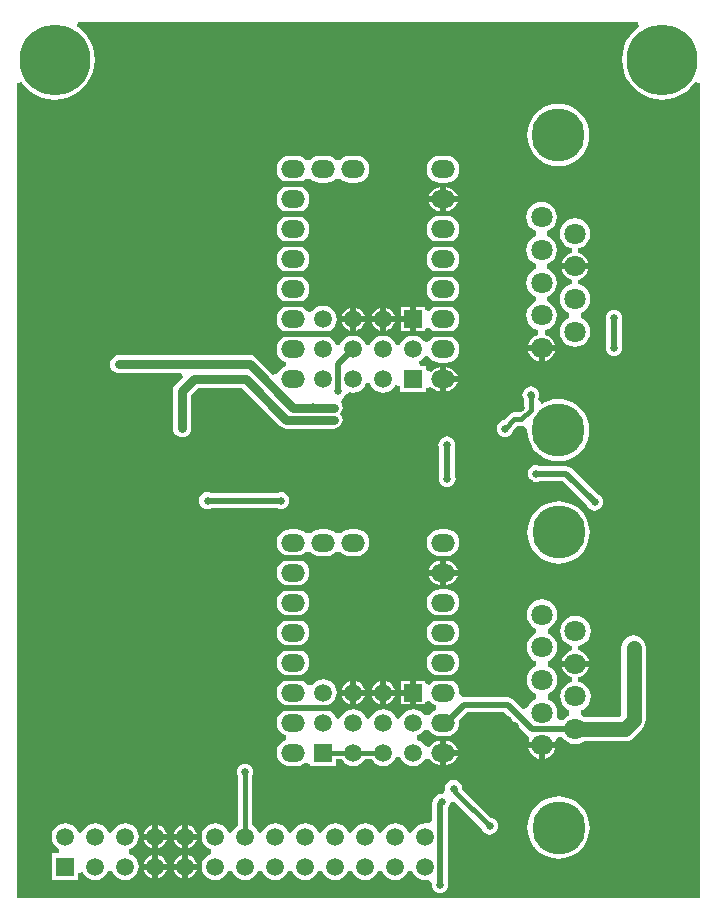
<source format=gbl>
G04*
G04 #@! TF.GenerationSoftware,Altium Limited,Altium Designer,20.0.13 (296)*
G04*
G04 Layer_Physical_Order=2*
G04 Layer_Color=16711680*
%FSLAX25Y25*%
%MOIN*%
G70*
G01*
G75*
%ADD13C,0.01500*%
%ADD42C,0.23622*%
%ADD43C,0.02000*%
%ADD44C,0.05000*%
%ADD46C,0.03000*%
%ADD48C,0.05906*%
%ADD49R,0.05906X0.05906*%
%ADD50O,0.07874X0.05906*%
%ADD51O,0.07874X0.05906*%
%ADD52C,0.17717*%
%ADD53C,0.07087*%
%ADD54C,0.02559*%
%ADD55C,0.02559*%
G36*
X648975Y457500D02*
X648652Y457302D01*
X647059Y455941D01*
X645698Y454348D01*
X644603Y452562D01*
X643801Y450626D01*
X643312Y448589D01*
X643148Y446500D01*
X643312Y444411D01*
X643801Y442374D01*
X644603Y440438D01*
X645698Y438652D01*
X647059Y437059D01*
X648652Y435698D01*
X650438Y434603D01*
X652374Y433801D01*
X654411Y433312D01*
X656500Y433148D01*
X658589Y433312D01*
X660626Y433801D01*
X662562Y434603D01*
X664348Y435698D01*
X665941Y437059D01*
X667302Y438652D01*
X667500Y438975D01*
X669000Y438552D01*
Y167000D01*
X441500D01*
Y438552D01*
X443000Y438975D01*
X443198Y438652D01*
X444559Y437059D01*
X446152Y435698D01*
X447938Y434603D01*
X449874Y433801D01*
X451911Y433312D01*
X454000Y433148D01*
X456089Y433312D01*
X458126Y433801D01*
X460062Y434603D01*
X461848Y435698D01*
X463441Y437059D01*
X464802Y438652D01*
X465897Y440438D01*
X466699Y442374D01*
X467188Y444411D01*
X467352Y446500D01*
X467188Y448589D01*
X466699Y450626D01*
X465897Y452562D01*
X464802Y454348D01*
X463441Y455941D01*
X461848Y457302D01*
X461525Y457500D01*
X461948Y459000D01*
X648552D01*
X648975Y457500D01*
D02*
G37*
%LPC*%
G36*
X554484Y414491D02*
X552516D01*
X551353Y414338D01*
X550270Y413890D01*
X549340Y413176D01*
X547660D01*
X546730Y413890D01*
X545647Y414338D01*
X544484Y414491D01*
X542516D01*
X541353Y414338D01*
X540270Y413890D01*
X539340Y413176D01*
X537660D01*
X536730Y413890D01*
X535647Y414338D01*
X534484Y414491D01*
X532516D01*
X531353Y414338D01*
X530270Y413890D01*
X529340Y413176D01*
X528626Y412246D01*
X528178Y411162D01*
X528025Y410000D01*
X528178Y408838D01*
X528626Y407754D01*
X529340Y406824D01*
X530270Y406110D01*
X531074Y405777D01*
X531203Y405112D01*
Y404888D01*
X531074Y404223D01*
X530270Y403890D01*
X529340Y403176D01*
X528626Y402246D01*
X528178Y401162D01*
X528025Y400000D01*
X528178Y398838D01*
X528626Y397754D01*
X529340Y396824D01*
X530270Y396111D01*
X531074Y395777D01*
X531203Y395112D01*
Y394888D01*
X531074Y394223D01*
X530270Y393889D01*
X529340Y393176D01*
X528626Y392246D01*
X528178Y391162D01*
X528025Y390000D01*
X528178Y388838D01*
X528626Y387754D01*
X529340Y386824D01*
X530270Y386110D01*
X531074Y385777D01*
X531203Y385112D01*
Y384888D01*
X531074Y384223D01*
X530270Y383890D01*
X529340Y383176D01*
X528626Y382246D01*
X528178Y381162D01*
X528025Y380000D01*
X528178Y378838D01*
X528626Y377754D01*
X529340Y376824D01*
X530270Y376111D01*
X531074Y375777D01*
X531203Y375112D01*
Y374888D01*
X531074Y374223D01*
X530270Y373889D01*
X529340Y373176D01*
X528626Y372246D01*
X528178Y371162D01*
X528025Y370000D01*
X528178Y368838D01*
X528626Y367754D01*
X529340Y366824D01*
X530270Y366110D01*
X531074Y365777D01*
X531203Y365112D01*
Y364888D01*
X531074Y364223D01*
X530270Y363890D01*
X529340Y363176D01*
X528626Y362246D01*
X528178Y361162D01*
X528025Y360000D01*
X528178Y358838D01*
X528626Y357754D01*
X529340Y356824D01*
X530270Y356111D01*
X531074Y355777D01*
X531203Y355112D01*
Y354888D01*
X531074Y354223D01*
X530270Y353889D01*
X529340Y353176D01*
X528626Y352246D01*
X528178Y351162D01*
X528025Y350000D01*
X528178Y348838D01*
X528626Y347754D01*
X529340Y346824D01*
X530270Y346111D01*
X531074Y345777D01*
X531203Y345112D01*
Y344888D01*
X531074Y344223D01*
X530270Y343889D01*
X529340Y343176D01*
X528626Y342246D01*
X528488Y341912D01*
X526792Y341488D01*
X521140Y347140D01*
X520513Y347621D01*
X519783Y347923D01*
X519000Y348026D01*
X475500D01*
X474717Y347923D01*
X473987Y347621D01*
X473360Y347140D01*
X472880Y346513D01*
X472577Y345783D01*
X472474Y345000D01*
X472577Y344217D01*
X472880Y343487D01*
X473360Y342860D01*
X473987Y342379D01*
X474717Y342077D01*
X475500Y341974D01*
X496135D01*
X496709Y340588D01*
X494360Y338240D01*
X493880Y337613D01*
X493577Y336883D01*
X493474Y336100D01*
Y332967D01*
Y329833D01*
Y326700D01*
Y323567D01*
X493577Y322783D01*
X493880Y322054D01*
X494360Y321427D01*
X494987Y320946D01*
X495717Y320644D01*
X496500Y320541D01*
X497283Y320644D01*
X498013Y320946D01*
X498640Y321427D01*
X499121Y322054D01*
X499423Y322783D01*
X499526Y323567D01*
Y326700D01*
Y329833D01*
Y334847D01*
X501653Y336974D01*
X516547D01*
X529160Y324360D01*
X529787Y323880D01*
X530517Y323577D01*
X531300Y323474D01*
X547000D01*
X547783Y323577D01*
X548513Y323880D01*
X549140Y324360D01*
X549620Y324987D01*
X549923Y325717D01*
X550026Y326500D01*
X549923Y327283D01*
X549620Y328013D01*
X549247Y328500D01*
X549620Y328987D01*
X549923Y329717D01*
X550026Y330500D01*
X549923Y331283D01*
X549665Y331906D01*
X549639Y332116D01*
X549885Y333479D01*
X550109Y333732D01*
X550482Y334018D01*
X550928Y334598D01*
X550936Y334619D01*
X552338Y335662D01*
X553500Y335509D01*
X554662Y335662D01*
X555746Y336110D01*
X556676Y336824D01*
X557389Y337754D01*
X557723Y338559D01*
X558388Y338688D01*
X558612D01*
X559277Y338559D01*
X559611Y337754D01*
X560324Y336824D01*
X561254Y336110D01*
X562338Y335662D01*
X563500Y335509D01*
X564662Y335662D01*
X565746Y336110D01*
X566676Y336824D01*
X567389Y337754D01*
X567547Y338135D01*
X569047Y337837D01*
Y335547D01*
X577953D01*
Y336989D01*
X579453Y337499D01*
X579697Y337181D01*
X580522Y336547D01*
X581484Y336149D01*
X582500Y336015D01*
Y340000D01*
Y343985D01*
X581484Y343851D01*
X580522Y343453D01*
X579697Y342819D01*
X579453Y342501D01*
X577953Y343010D01*
Y344453D01*
X575663D01*
X575365Y345953D01*
X575746Y346111D01*
X576676Y346824D01*
X577138Y347427D01*
X577757Y347563D01*
X578258D01*
X578877Y347427D01*
X579340Y346824D01*
X580270Y346111D01*
X581353Y345662D01*
X582516Y345509D01*
X584484D01*
X585647Y345662D01*
X586730Y346111D01*
X587660Y346824D01*
X588374Y347754D01*
X588822Y348838D01*
X588975Y350000D01*
X588822Y351162D01*
X588374Y352246D01*
X587660Y353176D01*
X586730Y353889D01*
X585925Y354223D01*
X585797Y354888D01*
Y355112D01*
X585925Y355777D01*
X586730Y356111D01*
X587660Y356824D01*
X588374Y357754D01*
X588822Y358838D01*
X588975Y360000D01*
X588822Y361162D01*
X588374Y362246D01*
X587660Y363176D01*
X586730Y363890D01*
X585925Y364223D01*
X585797Y364888D01*
Y365112D01*
X585925Y365777D01*
X586730Y366110D01*
X587660Y366824D01*
X588374Y367754D01*
X588822Y368838D01*
X588975Y370000D01*
X588822Y371162D01*
X588374Y372246D01*
X587660Y373176D01*
X586730Y373889D01*
X585925Y374223D01*
X585797Y374888D01*
Y375112D01*
X585925Y375777D01*
X586730Y376111D01*
X587660Y376824D01*
X588374Y377754D01*
X588822Y378838D01*
X588975Y380000D01*
X588822Y381162D01*
X588374Y382246D01*
X587660Y383176D01*
X586730Y383890D01*
X585925Y384223D01*
X585797Y384888D01*
Y385112D01*
X585925Y385777D01*
X586730Y386110D01*
X587660Y386824D01*
X588374Y387754D01*
X588822Y388838D01*
X588975Y390000D01*
X588822Y391162D01*
X588374Y392246D01*
X587660Y393176D01*
X586730Y393889D01*
X585647Y394338D01*
X584484Y394491D01*
X582516D01*
X581353Y394338D01*
X580270Y393889D01*
X579340Y393176D01*
X578626Y392246D01*
X578178Y391162D01*
X578025Y390000D01*
X578178Y388838D01*
X578626Y387754D01*
X579340Y386824D01*
X580270Y386110D01*
X581074Y385777D01*
X581203Y385112D01*
Y384888D01*
X581074Y384223D01*
X580270Y383890D01*
X579340Y383176D01*
X578626Y382246D01*
X578178Y381162D01*
X578025Y380000D01*
X578178Y378838D01*
X578626Y377754D01*
X579340Y376824D01*
X580270Y376111D01*
X581074Y375777D01*
X581203Y375112D01*
Y374888D01*
X581074Y374223D01*
X580270Y373889D01*
X579340Y373176D01*
X578626Y372246D01*
X578178Y371162D01*
X578025Y370000D01*
X578178Y368838D01*
X578626Y367754D01*
X579340Y366824D01*
X580270Y366110D01*
X581074Y365777D01*
X581203Y365112D01*
Y364888D01*
X581074Y364223D01*
X580270Y363890D01*
X579340Y363176D01*
X578953Y362671D01*
X577453Y363180D01*
Y363953D01*
X574500D01*
Y360000D01*
Y356047D01*
X577453D01*
Y356820D01*
X578953Y357329D01*
X579340Y356824D01*
X580270Y356111D01*
X581074Y355777D01*
X581203Y355112D01*
Y354888D01*
X581074Y354223D01*
X580270Y353889D01*
X579340Y353176D01*
X578877Y352573D01*
X578258Y352437D01*
X577757D01*
X577138Y352573D01*
X576676Y353176D01*
X575746Y353889D01*
X574662Y354338D01*
X573500Y354491D01*
X572338Y354338D01*
X571254Y353889D01*
X570324Y353176D01*
X569611Y352246D01*
X569277Y351441D01*
X568612Y351312D01*
X568388D01*
X567723Y351441D01*
X567389Y352246D01*
X566676Y353176D01*
X565746Y353889D01*
X564662Y354338D01*
X563500Y354491D01*
X562338Y354338D01*
X561254Y353889D01*
X560324Y353176D01*
X559611Y352246D01*
X559277Y351441D01*
X558612Y351312D01*
X558388D01*
X557723Y351441D01*
X557389Y352246D01*
X556676Y353176D01*
X555746Y353889D01*
X554662Y354338D01*
X553500Y354491D01*
X552338Y354338D01*
X551254Y353889D01*
X550324Y353176D01*
X549611Y352246D01*
X549277Y351441D01*
X548612Y351312D01*
X548388D01*
X547723Y351441D01*
X547390Y352246D01*
X546676Y353176D01*
X545746Y353889D01*
X544941Y354223D01*
X544812Y354888D01*
Y355112D01*
X544941Y355777D01*
X545746Y356111D01*
X546676Y356824D01*
X547390Y357754D01*
X547838Y358838D01*
X547991Y360000D01*
X547838Y361162D01*
X547390Y362246D01*
X546676Y363176D01*
X545746Y363890D01*
X544662Y364338D01*
X543500Y364491D01*
X542338Y364338D01*
X541254Y363890D01*
X540324Y363176D01*
X539862Y362573D01*
X539243Y362437D01*
X538742D01*
X538123Y362573D01*
X537660Y363176D01*
X536730Y363890D01*
X535925Y364223D01*
X535797Y364888D01*
Y365112D01*
X535925Y365777D01*
X536730Y366110D01*
X537660Y366824D01*
X538374Y367754D01*
X538822Y368838D01*
X538975Y370000D01*
X538822Y371162D01*
X538374Y372246D01*
X537660Y373176D01*
X536730Y373889D01*
X535925Y374223D01*
X535797Y374888D01*
Y375112D01*
X535925Y375777D01*
X536730Y376111D01*
X537660Y376824D01*
X538374Y377754D01*
X538822Y378838D01*
X538975Y380000D01*
X538822Y381162D01*
X538374Y382246D01*
X537660Y383176D01*
X536730Y383890D01*
X535925Y384223D01*
X535797Y384888D01*
Y385112D01*
X535925Y385777D01*
X536730Y386110D01*
X537660Y386824D01*
X538374Y387754D01*
X538822Y388838D01*
X538975Y390000D01*
X538822Y391162D01*
X538374Y392246D01*
X537660Y393176D01*
X536730Y393889D01*
X535925Y394223D01*
X535797Y394888D01*
Y395112D01*
X535925Y395777D01*
X536730Y396111D01*
X537660Y396824D01*
X538374Y397754D01*
X538822Y398838D01*
X538975Y400000D01*
X538822Y401162D01*
X538374Y402246D01*
X537660Y403176D01*
X536730Y403890D01*
X535925Y404223D01*
X535797Y404888D01*
Y405112D01*
X535925Y405777D01*
X536730Y406110D01*
X537660Y406824D01*
X539340D01*
X540270Y406110D01*
X541353Y405662D01*
X542516Y405509D01*
X544484D01*
X545647Y405662D01*
X546730Y406110D01*
X547660Y406824D01*
X549340D01*
X550270Y406110D01*
X551353Y405662D01*
X552516Y405509D01*
X554484D01*
X555647Y405662D01*
X556730Y406110D01*
X557660Y406824D01*
X558374Y407754D01*
X558822Y408838D01*
X558975Y410000D01*
X558822Y411162D01*
X558374Y412246D01*
X557660Y413176D01*
X556730Y413890D01*
X555647Y414338D01*
X554484Y414491D01*
D02*
G37*
G36*
X621910Y431725D02*
X620284Y431597D01*
X618699Y431216D01*
X617192Y430592D01*
X615802Y429741D01*
X614562Y428682D01*
X613504Y427442D01*
X612652Y426052D01*
X612028Y424545D01*
X611647Y422960D01*
X611519Y421335D01*
X611647Y419709D01*
X612028Y418124D01*
X612652Y416617D01*
X613504Y415227D01*
X614562Y413988D01*
X615802Y412929D01*
X617192Y412077D01*
X618699Y411453D01*
X620284Y411072D01*
X621910Y410944D01*
X623535Y411072D01*
X625120Y411453D01*
X626627Y412077D01*
X628017Y412929D01*
X629256Y413988D01*
X630315Y415227D01*
X631167Y416617D01*
X631791Y418124D01*
X632172Y419709D01*
X632300Y421335D01*
X632172Y422960D01*
X631791Y424545D01*
X631167Y426052D01*
X630315Y427442D01*
X629256Y428682D01*
X628017Y429741D01*
X626627Y430592D01*
X625120Y431216D01*
X623535Y431597D01*
X621910Y431725D01*
D02*
G37*
G36*
X584484Y414491D02*
X582516D01*
X581353Y414338D01*
X580270Y413890D01*
X579340Y413176D01*
X578626Y412246D01*
X578178Y411162D01*
X578025Y410000D01*
X578178Y408838D01*
X578626Y407754D01*
X579340Y406824D01*
X580270Y406110D01*
X581353Y405662D01*
X582516Y405509D01*
X584484D01*
X585647Y405662D01*
X586730Y406110D01*
X587660Y406824D01*
X588374Y407754D01*
X588822Y408838D01*
X588975Y410000D01*
X588822Y411162D01*
X588374Y412246D01*
X587660Y413176D01*
X586730Y413890D01*
X585647Y414338D01*
X584484Y414491D01*
D02*
G37*
G36*
X584500Y403985D02*
Y401000D01*
X588340D01*
X588335Y401032D01*
X587937Y401993D01*
X587303Y402819D01*
X586478Y403453D01*
X585516Y403851D01*
X584500Y403985D01*
D02*
G37*
G36*
X582500D02*
X581484Y403851D01*
X580522Y403453D01*
X579697Y402819D01*
X579063Y401993D01*
X578665Y401032D01*
X578660Y401000D01*
X582500D01*
Y403985D01*
D02*
G37*
G36*
X588340Y399000D02*
X584500D01*
Y396015D01*
X585516Y396149D01*
X586478Y396547D01*
X587303Y397181D01*
X587937Y398007D01*
X588335Y398968D01*
X588340Y399000D01*
D02*
G37*
G36*
X582500D02*
X578660D01*
X578665Y398968D01*
X579063Y398007D01*
X579697Y397181D01*
X580522Y396547D01*
X581484Y396149D01*
X582500Y396015D01*
Y399000D01*
D02*
G37*
G36*
X627500Y393587D02*
X626183Y393413D01*
X624957Y392905D01*
X623903Y392097D01*
X623095Y391043D01*
X622586Y389817D01*
X622413Y388500D01*
X622586Y387183D01*
X623095Y385957D01*
X623903Y384903D01*
X624957Y384095D01*
X626183Y383587D01*
X626449Y383552D01*
Y382039D01*
X626314Y382021D01*
X625209Y381563D01*
X624260Y380835D01*
X623531Y379886D01*
X623074Y378781D01*
X623049Y378594D01*
X627500D01*
X631951D01*
X631926Y378781D01*
X631469Y379886D01*
X630740Y380835D01*
X629791Y381563D01*
X628686Y382021D01*
X628551Y382039D01*
Y383552D01*
X628817Y383587D01*
X630043Y384095D01*
X631097Y384903D01*
X631905Y385957D01*
X632413Y387183D01*
X632587Y388500D01*
X632413Y389817D01*
X631905Y391043D01*
X631097Y392097D01*
X630043Y392905D01*
X628817Y393413D01*
X627500Y393587D01*
D02*
G37*
G36*
X564500Y363855D02*
Y361000D01*
X567355D01*
X567351Y361032D01*
X566953Y361993D01*
X566319Y362819D01*
X565493Y363453D01*
X564532Y363851D01*
X564500Y363855D01*
D02*
G37*
G36*
X554500D02*
Y361000D01*
X557355D01*
X557351Y361032D01*
X556953Y361993D01*
X556319Y362819D01*
X555493Y363453D01*
X554532Y363851D01*
X554500Y363855D01*
D02*
G37*
G36*
X562500D02*
X562468Y363851D01*
X561507Y363453D01*
X560681Y362819D01*
X560047Y361993D01*
X559649Y361032D01*
X559645Y361000D01*
X562500D01*
Y363855D01*
D02*
G37*
G36*
X552500D02*
X552468Y363851D01*
X551507Y363453D01*
X550681Y362819D01*
X550047Y361993D01*
X549649Y361032D01*
X549645Y361000D01*
X552500D01*
Y363855D01*
D02*
G37*
G36*
X572500Y363953D02*
X569547D01*
Y361000D01*
X572500D01*
Y363953D01*
D02*
G37*
G36*
X567355Y359000D02*
X564500D01*
Y356145D01*
X564532Y356149D01*
X565493Y356547D01*
X566319Y357181D01*
X566953Y358007D01*
X567351Y358968D01*
X567355Y359000D01*
D02*
G37*
G36*
X557355D02*
X554500D01*
Y356145D01*
X554532Y356149D01*
X555493Y356547D01*
X556319Y357181D01*
X556953Y358007D01*
X557351Y358968D01*
X557355Y359000D01*
D02*
G37*
G36*
X562500D02*
X559645D01*
X559649Y358968D01*
X560047Y358007D01*
X560681Y357181D01*
X561507Y356547D01*
X562468Y356149D01*
X562500Y356145D01*
Y359000D01*
D02*
G37*
G36*
X552500D02*
X549645D01*
X549649Y358968D01*
X550047Y358007D01*
X550681Y357181D01*
X551507Y356547D01*
X552468Y356149D01*
X552500Y356145D01*
Y359000D01*
D02*
G37*
G36*
X572500D02*
X569547D01*
Y356047D01*
X572500D01*
Y359000D01*
D02*
G37*
G36*
X616319Y399040D02*
X615002Y398866D01*
X613775Y398358D01*
X612722Y397550D01*
X611914Y396496D01*
X611405Y395269D01*
X611232Y393953D01*
X611405Y392636D01*
X611914Y391409D01*
X612722Y390356D01*
X613775Y389547D01*
X614344Y389312D01*
Y387688D01*
X613775Y387453D01*
X612722Y386644D01*
X611914Y385591D01*
X611405Y384364D01*
X611232Y383047D01*
X611405Y381731D01*
X611914Y380504D01*
X612722Y379450D01*
X613775Y378642D01*
X614344Y378406D01*
Y376783D01*
X613775Y376547D01*
X612722Y375739D01*
X611914Y374685D01*
X611405Y373458D01*
X611232Y372142D01*
X611405Y370825D01*
X611914Y369598D01*
X612722Y368545D01*
X613775Y367736D01*
X614344Y367501D01*
Y365877D01*
X613775Y365641D01*
X612722Y364833D01*
X611914Y363780D01*
X611405Y362553D01*
X611232Y361236D01*
X611405Y359920D01*
X611914Y358693D01*
X612722Y357639D01*
X613775Y356831D01*
X615002Y356323D01*
X615268Y356288D01*
Y354775D01*
X615133Y354757D01*
X614028Y354299D01*
X613079Y353571D01*
X612350Y352622D01*
X611893Y351517D01*
X611868Y351331D01*
X616319D01*
X620770D01*
X620745Y351517D01*
X620288Y352622D01*
X619559Y353571D01*
X618610Y354299D01*
X617505Y354757D01*
X617370Y354775D01*
Y356288D01*
X617635Y356323D01*
X618862Y356831D01*
X619916Y357639D01*
X620724Y358693D01*
X621232Y359920D01*
X621406Y361236D01*
X621232Y362553D01*
X620724Y363780D01*
X619916Y364833D01*
X618862Y365641D01*
X618293Y365877D01*
Y367501D01*
X618862Y367736D01*
X619916Y368545D01*
X620724Y369598D01*
X621232Y370825D01*
X621406Y372142D01*
X621232Y373458D01*
X620724Y374685D01*
X619916Y375739D01*
X618862Y376547D01*
X618293Y376783D01*
Y378406D01*
X618862Y378642D01*
X619916Y379450D01*
X620724Y380504D01*
X621232Y381731D01*
X621406Y383047D01*
X621232Y384364D01*
X620724Y385591D01*
X619916Y386644D01*
X618862Y387453D01*
X618293Y387688D01*
Y389312D01*
X618862Y389547D01*
X619916Y390356D01*
X620724Y391409D01*
X621232Y392636D01*
X621406Y393953D01*
X621232Y395269D01*
X620724Y396496D01*
X619916Y397550D01*
X618862Y398358D01*
X617635Y398866D01*
X616319Y399040D01*
D02*
G37*
G36*
X631951Y376594D02*
X627500D01*
X623049D01*
X623074Y376408D01*
X623531Y375303D01*
X624260Y374354D01*
X625209Y373626D01*
X626314Y373168D01*
X626449Y373150D01*
Y371637D01*
X626183Y371603D01*
X624957Y371094D01*
X623903Y370286D01*
X623095Y369232D01*
X622586Y368005D01*
X622413Y366689D01*
X622586Y365372D01*
X623095Y364146D01*
X623903Y363092D01*
X624957Y362284D01*
X625526Y362048D01*
Y360424D01*
X624957Y360189D01*
X623903Y359380D01*
X623095Y358327D01*
X622586Y357100D01*
X622413Y355784D01*
X622586Y354467D01*
X623095Y353240D01*
X623903Y352186D01*
X624957Y351378D01*
X626183Y350870D01*
X627500Y350697D01*
X628817Y350870D01*
X630043Y351378D01*
X631097Y352186D01*
X631905Y353240D01*
X632413Y354467D01*
X632587Y355784D01*
X632413Y357100D01*
X631905Y358327D01*
X631097Y359380D01*
X630043Y360189D01*
X629474Y360424D01*
Y362048D01*
X630043Y362284D01*
X631097Y363092D01*
X631905Y364146D01*
X632413Y365372D01*
X632587Y366689D01*
X632413Y368005D01*
X631905Y369232D01*
X631097Y370286D01*
X630043Y371094D01*
X628817Y371603D01*
X628551Y371637D01*
Y373150D01*
X628686Y373168D01*
X629791Y373626D01*
X630740Y374354D01*
X631469Y375303D01*
X631926Y376408D01*
X631951Y376594D01*
D02*
G37*
G36*
X640500Y363166D02*
X639774Y363071D01*
X639098Y362791D01*
X638518Y362345D01*
X638072Y361765D01*
X637792Y361089D01*
X637697Y360363D01*
X637792Y359637D01*
X637951Y359254D01*
Y351609D01*
X637792Y351226D01*
X637697Y350500D01*
X637792Y349774D01*
X638072Y349098D01*
X638518Y348518D01*
X639098Y348072D01*
X639774Y347792D01*
X640500Y347696D01*
X641226Y347792D01*
X641902Y348072D01*
X642482Y348518D01*
X642928Y349098D01*
X643208Y349774D01*
X643303Y350500D01*
X643208Y351226D01*
X643049Y351609D01*
Y359254D01*
X643208Y359637D01*
X643303Y360363D01*
X643208Y361089D01*
X642928Y361765D01*
X642482Y362345D01*
X641902Y362791D01*
X641226Y363071D01*
X640500Y363166D01*
D02*
G37*
G36*
X615319Y349331D02*
X611868D01*
X611893Y349145D01*
X612350Y348040D01*
X613079Y347090D01*
X614028Y346362D01*
X615133Y345904D01*
X615319Y345880D01*
Y349331D01*
D02*
G37*
G36*
X620770D02*
X617319D01*
Y345880D01*
X617505Y345904D01*
X618610Y346362D01*
X619559Y347090D01*
X620288Y348040D01*
X620745Y349145D01*
X620770Y349331D01*
D02*
G37*
G36*
X584500Y343985D02*
Y341000D01*
X588340D01*
X588335Y341032D01*
X587937Y341993D01*
X587303Y342819D01*
X586478Y343453D01*
X585516Y343851D01*
X584500Y343985D01*
D02*
G37*
G36*
X588340Y339000D02*
X584500D01*
Y336015D01*
X585516Y336149D01*
X586478Y336547D01*
X587303Y337181D01*
X587937Y338007D01*
X588335Y338968D01*
X588340Y339000D01*
D02*
G37*
G36*
X612750Y337554D02*
X612024Y337458D01*
X611348Y337178D01*
X610768Y336732D01*
X610322Y336152D01*
X610042Y335476D01*
X609946Y334750D01*
X610042Y334024D01*
X610322Y333348D01*
X610456Y333174D01*
Y330700D01*
X608651Y328895D01*
X607285D01*
X606407Y328721D01*
X605663Y328223D01*
X603676Y326237D01*
X603458Y326208D01*
X602782Y325928D01*
X602202Y325482D01*
X601756Y324902D01*
X601476Y324226D01*
X601380Y323500D01*
X601476Y322774D01*
X601756Y322098D01*
X602202Y321518D01*
X602782Y321072D01*
X603458Y320792D01*
X604184Y320696D01*
X604910Y320792D01*
X605586Y321072D01*
X606166Y321518D01*
X606612Y322098D01*
X606892Y322774D01*
X606921Y322992D01*
X608236Y324307D01*
X609601D01*
X610130Y324412D01*
X611178Y323777D01*
X611554Y323396D01*
X611519Y322949D01*
X611647Y321323D01*
X612028Y319738D01*
X612652Y318232D01*
X613504Y316842D01*
X614562Y315602D01*
X615802Y314543D01*
X617192Y313691D01*
X618699Y313067D01*
X620284Y312686D01*
X621910Y312559D01*
X623535Y312686D01*
X625120Y313067D01*
X626627Y313691D01*
X628017Y314543D01*
X629256Y315602D01*
X630315Y316842D01*
X631167Y318232D01*
X631791Y319738D01*
X632172Y321323D01*
X632300Y322949D01*
X632172Y324574D01*
X631791Y326160D01*
X631167Y327666D01*
X630315Y329056D01*
X629256Y330296D01*
X628017Y331355D01*
X626627Y332207D01*
X625120Y332831D01*
X623535Y333211D01*
X621910Y333339D01*
X620284Y333211D01*
X618699Y332831D01*
X617192Y332207D01*
X616544Y331809D01*
X615990Y332120D01*
X615178Y333348D01*
X615458Y334024D01*
X615554Y334750D01*
X615458Y335476D01*
X615178Y336152D01*
X614732Y336732D01*
X614152Y337178D01*
X613476Y337458D01*
X612750Y337554D01*
D02*
G37*
G36*
X584765Y320903D02*
X584039Y320808D01*
X583363Y320528D01*
X582783Y320082D01*
X582337Y319502D01*
X582057Y318826D01*
X581961Y318100D01*
X582057Y317374D01*
X582251Y316906D01*
Y307753D01*
X582157Y307526D01*
X582061Y306800D01*
X582157Y306074D01*
X582437Y305398D01*
X582883Y304818D01*
X583463Y304372D01*
X584139Y304092D01*
X584865Y303996D01*
X585591Y304092D01*
X586267Y304372D01*
X586847Y304818D01*
X587293Y305398D01*
X587573Y306074D01*
X587669Y306800D01*
X587573Y307526D01*
X587349Y308066D01*
Y317075D01*
X587473Y317374D01*
X587569Y318100D01*
X587473Y318826D01*
X587193Y319502D01*
X586747Y320082D01*
X586167Y320528D01*
X585491Y320808D01*
X584765Y320903D01*
D02*
G37*
G36*
X529500Y302304D02*
X528774Y302208D01*
X528391Y302049D01*
X506110D01*
X505726Y302208D01*
X505000Y302304D01*
X504274Y302208D01*
X503598Y301928D01*
X503018Y301482D01*
X502572Y300902D01*
X502292Y300226D01*
X502197Y299500D01*
X502292Y298774D01*
X502572Y298098D01*
X503018Y297518D01*
X503598Y297072D01*
X504274Y296792D01*
X505000Y296696D01*
X505726Y296792D01*
X506110Y296951D01*
X528391D01*
X528774Y296792D01*
X529500Y296696D01*
X530226Y296792D01*
X530902Y297072D01*
X531482Y297518D01*
X531928Y298098D01*
X532208Y298774D01*
X532303Y299500D01*
X532208Y300226D01*
X531928Y300902D01*
X531482Y301482D01*
X530902Y301928D01*
X530226Y302208D01*
X529500Y302304D01*
D02*
G37*
G36*
X614500Y311303D02*
X613774Y311208D01*
X613098Y310928D01*
X612518Y310482D01*
X612072Y309902D01*
X611792Y309226D01*
X611696Y308500D01*
X611792Y307774D01*
X612072Y307098D01*
X612518Y306518D01*
X613098Y306072D01*
X613774Y305792D01*
X614500Y305697D01*
X615226Y305792D01*
X615610Y305951D01*
X623444D01*
X631413Y297982D01*
X631572Y297598D01*
X632018Y297018D01*
X632598Y296572D01*
X633274Y296292D01*
X634000Y296197D01*
X634726Y296292D01*
X635402Y296572D01*
X635982Y297018D01*
X636428Y297598D01*
X636708Y298274D01*
X636803Y299000D01*
X636708Y299726D01*
X636428Y300402D01*
X635982Y300982D01*
X635402Y301428D01*
X635018Y301587D01*
X626302Y310302D01*
X625476Y310855D01*
X624500Y311049D01*
X615610D01*
X615226Y311208D01*
X614500Y311303D01*
D02*
G37*
G36*
X554484Y289991D02*
X552516D01*
X551353Y289838D01*
X550270Y289389D01*
X549340Y288676D01*
X547660D01*
X546730Y289389D01*
X545647Y289838D01*
X544484Y289991D01*
X542516D01*
X541353Y289838D01*
X540270Y289389D01*
X539340Y288676D01*
X537660D01*
X536730Y289389D01*
X535647Y289838D01*
X534484Y289991D01*
X532516D01*
X531353Y289838D01*
X530270Y289389D01*
X529340Y288676D01*
X528626Y287746D01*
X528178Y286662D01*
X528025Y285500D01*
X528178Y284338D01*
X528626Y283254D01*
X529340Y282324D01*
X530270Y281610D01*
X531074Y281277D01*
X531203Y280612D01*
Y280388D01*
X531074Y279723D01*
X530270Y279390D01*
X529340Y278676D01*
X528626Y277746D01*
X528178Y276662D01*
X528025Y275500D01*
X528178Y274338D01*
X528626Y273254D01*
X529340Y272324D01*
X530270Y271610D01*
X531074Y271277D01*
X531203Y270612D01*
Y270388D01*
X531074Y269723D01*
X530270Y269390D01*
X529340Y268676D01*
X528626Y267746D01*
X528178Y266662D01*
X528025Y265500D01*
X528178Y264338D01*
X528626Y263254D01*
X529340Y262324D01*
X530270Y261611D01*
X531074Y261277D01*
X531203Y260612D01*
Y260388D01*
X531074Y259723D01*
X530270Y259389D01*
X529340Y258676D01*
X528626Y257746D01*
X528178Y256662D01*
X528025Y255500D01*
X528178Y254338D01*
X528626Y253254D01*
X529340Y252324D01*
X530270Y251610D01*
X531074Y251277D01*
X531203Y250612D01*
Y250388D01*
X531074Y249723D01*
X530270Y249390D01*
X529340Y248676D01*
X528626Y247746D01*
X528178Y246662D01*
X528025Y245500D01*
X528178Y244338D01*
X528626Y243254D01*
X529340Y242324D01*
X530270Y241611D01*
X531074Y241277D01*
X531203Y240612D01*
Y240388D01*
X531074Y239723D01*
X530270Y239389D01*
X529340Y238676D01*
X528626Y237746D01*
X528178Y236662D01*
X528025Y235500D01*
X528178Y234338D01*
X528626Y233254D01*
X529340Y232324D01*
X530270Y231610D01*
X531074Y231277D01*
X531203Y230612D01*
Y230388D01*
X531074Y229723D01*
X530270Y229390D01*
X529340Y228676D01*
X528626Y227746D01*
X528178Y226662D01*
X528025Y225500D01*
X528178Y224338D01*
X528626Y223254D01*
X529340Y222324D01*
X530270Y221610D01*
X531074Y221277D01*
X531203Y220612D01*
Y220388D01*
X531074Y219723D01*
X530270Y219390D01*
X529340Y218676D01*
X528626Y217746D01*
X528178Y216662D01*
X528025Y215500D01*
X528178Y214338D01*
X528626Y213254D01*
X529340Y212324D01*
X530270Y211611D01*
X531353Y211162D01*
X532516Y211009D01*
X534484D01*
X535647Y211162D01*
X536730Y211611D01*
X537547Y212238D01*
X538038Y212145D01*
X539047Y211668D01*
Y211047D01*
X547953D01*
Y213206D01*
X549648D01*
X550324Y212324D01*
X551254Y211611D01*
X552338Y211162D01*
X553500Y211009D01*
X554662Y211162D01*
X555746Y211611D01*
X556676Y212324D01*
X557352Y213206D01*
X559648D01*
X560324Y212324D01*
X561254Y211611D01*
X562338Y211162D01*
X563500Y211009D01*
X564662Y211162D01*
X565746Y211611D01*
X566676Y212324D01*
X567389Y213254D01*
X567723Y214059D01*
X568388Y214188D01*
X568612D01*
X569277Y214059D01*
X569611Y213254D01*
X570324Y212324D01*
X571254Y211611D01*
X572338Y211162D01*
X573500Y211009D01*
X574662Y211162D01*
X575746Y211611D01*
X576676Y212324D01*
X577389Y213254D01*
X577467Y213441D01*
X579063Y213507D01*
X579697Y212681D01*
X580522Y212047D01*
X581484Y211649D01*
X582500Y211515D01*
Y215500D01*
Y219485D01*
X581484Y219351D01*
X580522Y218953D01*
X579697Y218319D01*
X579063Y217493D01*
X577467Y217559D01*
X577389Y217746D01*
X576676Y218676D01*
X575746Y219390D01*
X574941Y219723D01*
X574812Y220388D01*
Y220612D01*
X574941Y221277D01*
X575746Y221610D01*
X576676Y222324D01*
X577138Y222927D01*
X577757Y223063D01*
X578258D01*
X578877Y222927D01*
X579340Y222324D01*
X580270Y221610D01*
X581353Y221162D01*
X582516Y221009D01*
X584484D01*
X585647Y221162D01*
X586730Y221610D01*
X587660Y222324D01*
X588374Y223254D01*
X588822Y224338D01*
X588975Y225500D01*
X588872Y226283D01*
X591540Y228951D01*
X603944D01*
X611472Y221423D01*
X611497Y221407D01*
X612244Y220430D01*
X612112Y219378D01*
X611983Y219068D01*
X611959Y218882D01*
X616409D01*
X620860D01*
X620836Y219068D01*
X620791Y219176D01*
X621793Y220676D01*
X623274D01*
X623994Y219738D01*
X625047Y218929D01*
X626274Y218421D01*
X627591Y218248D01*
X628907Y218421D01*
X630134Y218929D01*
X630617Y219300D01*
X644071D01*
X644071Y219300D01*
X645115Y219438D01*
X646088Y219841D01*
X646924Y220482D01*
X649853Y223411D01*
X649853Y223411D01*
X650494Y224246D01*
X650897Y225219D01*
X651034Y226264D01*
X651034Y226264D01*
Y240000D01*
Y247000D01*
Y250500D01*
X650897Y251544D01*
X650494Y252517D01*
X649853Y253353D01*
X649017Y253994D01*
X648044Y254397D01*
X647000Y254535D01*
X645956Y254397D01*
X644983Y253994D01*
X644147Y253353D01*
X643506Y252517D01*
X643103Y251544D01*
X642966Y250500D01*
Y247000D01*
Y240000D01*
Y227935D01*
X642400Y227369D01*
X630617D01*
X630134Y227740D01*
X629565Y227976D01*
Y229599D01*
X630134Y229835D01*
X631187Y230643D01*
X631996Y231697D01*
X632504Y232924D01*
X632677Y234240D01*
X632504Y235557D01*
X631996Y236784D01*
X631187Y237837D01*
X630134Y238646D01*
X628907Y239154D01*
X628642Y239189D01*
Y240702D01*
X628777Y240719D01*
X629882Y241177D01*
X630831Y241905D01*
X631559Y242854D01*
X632017Y243960D01*
X632041Y244146D01*
X627591D01*
X623140D01*
X623164Y243960D01*
X623622Y242854D01*
X624350Y241905D01*
X625299Y241177D01*
X626404Y240719D01*
X626540Y240702D01*
Y239189D01*
X626274Y239154D01*
X625047Y238646D01*
X623994Y237837D01*
X623185Y236784D01*
X622677Y235557D01*
X622504Y234240D01*
X622677Y232924D01*
X623185Y231697D01*
X623994Y230643D01*
X625047Y229835D01*
X625616Y229599D01*
Y227976D01*
X625047Y227740D01*
X623994Y226932D01*
X623543Y226345D01*
X622267Y226334D01*
X621330Y227524D01*
X621496Y228787D01*
X621323Y230104D01*
X620815Y231331D01*
X620006Y232384D01*
X618953Y233193D01*
X618384Y233428D01*
Y235052D01*
X618953Y235288D01*
X620006Y236096D01*
X620815Y237150D01*
X621323Y238376D01*
X621496Y239693D01*
X621323Y241009D01*
X620815Y242236D01*
X620006Y243290D01*
X618953Y244098D01*
X618384Y244334D01*
Y245957D01*
X618953Y246193D01*
X620006Y247002D01*
X620815Y248055D01*
X621323Y249282D01*
X621496Y250598D01*
X621323Y251915D01*
X620815Y253142D01*
X620006Y254195D01*
X618953Y255004D01*
X618384Y255239D01*
Y256863D01*
X618953Y257099D01*
X620006Y257907D01*
X620815Y258961D01*
X621323Y260187D01*
X621496Y261504D01*
X621323Y262821D01*
X620815Y264047D01*
X620006Y265101D01*
X618953Y265909D01*
X617726Y266417D01*
X616409Y266591D01*
X615093Y266417D01*
X613866Y265909D01*
X612813Y265101D01*
X612004Y264047D01*
X611496Y262821D01*
X611323Y261504D01*
X611496Y260187D01*
X612004Y258961D01*
X612813Y257907D01*
X613866Y257099D01*
X614435Y256863D01*
Y255239D01*
X613866Y255004D01*
X612813Y254195D01*
X612004Y253142D01*
X611496Y251915D01*
X611323Y250598D01*
X611496Y249282D01*
X612004Y248055D01*
X612813Y247002D01*
X613866Y246193D01*
X614435Y245957D01*
Y244334D01*
X613866Y244098D01*
X612813Y243290D01*
X612004Y242236D01*
X611496Y241009D01*
X611323Y239693D01*
X611496Y238376D01*
X612004Y237150D01*
X612813Y236096D01*
X613866Y235288D01*
X614435Y235052D01*
Y233428D01*
X613866Y233193D01*
X612813Y232384D01*
X612004Y231331D01*
X611679Y230547D01*
X610452Y230115D01*
X609985Y230120D01*
X606802Y233302D01*
X605975Y233855D01*
X605000Y234049D01*
X590484D01*
X590226Y233998D01*
X588946Y235117D01*
X588930Y235153D01*
X588975Y235500D01*
X588822Y236662D01*
X588374Y237746D01*
X587660Y238676D01*
X586730Y239389D01*
X585925Y239723D01*
X585797Y240388D01*
Y240612D01*
X585925Y241277D01*
X586730Y241611D01*
X587660Y242324D01*
X588374Y243254D01*
X588822Y244338D01*
X588975Y245500D01*
X588822Y246662D01*
X588374Y247746D01*
X587660Y248676D01*
X586730Y249390D01*
X585925Y249723D01*
X585797Y250388D01*
Y250612D01*
X585925Y251277D01*
X586730Y251610D01*
X587660Y252324D01*
X588374Y253254D01*
X588822Y254338D01*
X588975Y255500D01*
X588822Y256662D01*
X588374Y257746D01*
X587660Y258676D01*
X586730Y259389D01*
X585925Y259723D01*
X585797Y260388D01*
Y260612D01*
X585925Y261277D01*
X586730Y261611D01*
X587660Y262324D01*
X588374Y263254D01*
X588822Y264338D01*
X588975Y265500D01*
X588822Y266662D01*
X588374Y267746D01*
X587660Y268676D01*
X586730Y269390D01*
X585647Y269838D01*
X584484Y269991D01*
X582516D01*
X581353Y269838D01*
X580270Y269390D01*
X579340Y268676D01*
X578626Y267746D01*
X578178Y266662D01*
X578025Y265500D01*
X578178Y264338D01*
X578626Y263254D01*
X579340Y262324D01*
X580270Y261611D01*
X581074Y261277D01*
X581203Y260612D01*
Y260388D01*
X581074Y259723D01*
X580270Y259389D01*
X579340Y258676D01*
X578626Y257746D01*
X578178Y256662D01*
X578025Y255500D01*
X578178Y254338D01*
X578626Y253254D01*
X579340Y252324D01*
X580270Y251610D01*
X581074Y251277D01*
X581203Y250612D01*
Y250388D01*
X581074Y249723D01*
X580270Y249390D01*
X579340Y248676D01*
X578626Y247746D01*
X578178Y246662D01*
X578025Y245500D01*
X578178Y244338D01*
X578626Y243254D01*
X579340Y242324D01*
X580270Y241611D01*
X581074Y241277D01*
X581203Y240612D01*
Y240388D01*
X581074Y239723D01*
X580270Y239389D01*
X579340Y238676D01*
X578953Y238171D01*
X577453Y238680D01*
Y239453D01*
X574500D01*
Y235500D01*
Y231547D01*
X577453D01*
Y232320D01*
X578953Y232829D01*
X579340Y232324D01*
X580270Y231610D01*
X581074Y231277D01*
X581203Y230612D01*
Y230388D01*
X581074Y229723D01*
X580270Y229390D01*
X579340Y228676D01*
X578877Y228073D01*
X578258Y227937D01*
X577757D01*
X577138Y228073D01*
X576676Y228676D01*
X575746Y229390D01*
X574662Y229838D01*
X573500Y229991D01*
X572338Y229838D01*
X571254Y229390D01*
X570324Y228676D01*
X569611Y227746D01*
X569277Y226941D01*
X568612Y226812D01*
X568388D01*
X567723Y226941D01*
X567389Y227746D01*
X566676Y228676D01*
X565746Y229390D01*
X564662Y229838D01*
X563500Y229991D01*
X562338Y229838D01*
X561254Y229390D01*
X560324Y228676D01*
X559611Y227746D01*
X559277Y226941D01*
X558612Y226812D01*
X558388D01*
X557723Y226941D01*
X557389Y227746D01*
X556676Y228676D01*
X555746Y229390D01*
X554662Y229838D01*
X553500Y229991D01*
X552338Y229838D01*
X551254Y229390D01*
X550324Y228676D01*
X549611Y227746D01*
X549277Y226941D01*
X548612Y226812D01*
X548388D01*
X547723Y226941D01*
X547390Y227746D01*
X546676Y228676D01*
X545746Y229390D01*
X544941Y229723D01*
X544812Y230388D01*
Y230612D01*
X544941Y231277D01*
X545746Y231610D01*
X546676Y232324D01*
X547390Y233254D01*
X547838Y234338D01*
X547991Y235500D01*
X547838Y236662D01*
X547390Y237746D01*
X546676Y238676D01*
X545746Y239389D01*
X544662Y239838D01*
X543500Y239991D01*
X542338Y239838D01*
X541254Y239389D01*
X540324Y238676D01*
X539862Y238073D01*
X539243Y237937D01*
X538742D01*
X538123Y238073D01*
X537660Y238676D01*
X536730Y239389D01*
X535925Y239723D01*
X535797Y240388D01*
Y240612D01*
X535925Y241277D01*
X536730Y241611D01*
X537660Y242324D01*
X538374Y243254D01*
X538822Y244338D01*
X538975Y245500D01*
X538822Y246662D01*
X538374Y247746D01*
X537660Y248676D01*
X536730Y249390D01*
X535925Y249723D01*
X535797Y250388D01*
Y250612D01*
X535925Y251277D01*
X536730Y251610D01*
X537660Y252324D01*
X538374Y253254D01*
X538822Y254338D01*
X538975Y255500D01*
X538822Y256662D01*
X538374Y257746D01*
X537660Y258676D01*
X536730Y259389D01*
X535925Y259723D01*
X535797Y260388D01*
Y260612D01*
X535925Y261277D01*
X536730Y261611D01*
X537660Y262324D01*
X538374Y263254D01*
X538822Y264338D01*
X538975Y265500D01*
X538822Y266662D01*
X538374Y267746D01*
X537660Y268676D01*
X536730Y269390D01*
X535925Y269723D01*
X535797Y270388D01*
Y270612D01*
X535925Y271277D01*
X536730Y271610D01*
X537660Y272324D01*
X538374Y273254D01*
X538822Y274338D01*
X538975Y275500D01*
X538822Y276662D01*
X538374Y277746D01*
X537660Y278676D01*
X536730Y279390D01*
X535925Y279723D01*
X535797Y280388D01*
Y280612D01*
X535925Y281277D01*
X536730Y281610D01*
X537660Y282324D01*
X539340D01*
X540270Y281610D01*
X541353Y281162D01*
X542516Y281009D01*
X544484D01*
X545647Y281162D01*
X546730Y281610D01*
X547660Y282324D01*
X549340D01*
X550270Y281610D01*
X551353Y281162D01*
X552516Y281009D01*
X554484D01*
X555647Y281162D01*
X556730Y281610D01*
X557660Y282324D01*
X558374Y283254D01*
X558822Y284338D01*
X558975Y285500D01*
X558822Y286662D01*
X558374Y287746D01*
X557660Y288676D01*
X556730Y289389D01*
X555647Y289838D01*
X554484Y289991D01*
D02*
G37*
G36*
X584484D02*
X582516D01*
X581353Y289838D01*
X580270Y289389D01*
X579340Y288676D01*
X578626Y287746D01*
X578178Y286662D01*
X578025Y285500D01*
X578178Y284338D01*
X578626Y283254D01*
X579340Y282324D01*
X580270Y281610D01*
X581353Y281162D01*
X582516Y281009D01*
X584484D01*
X585647Y281162D01*
X586730Y281610D01*
X587660Y282324D01*
X588374Y283254D01*
X588822Y284338D01*
X588975Y285500D01*
X588822Y286662D01*
X588374Y287746D01*
X587660Y288676D01*
X586730Y289389D01*
X585647Y289838D01*
X584484Y289991D01*
D02*
G37*
G36*
X622000Y299276D02*
X620375Y299148D01*
X618789Y298768D01*
X617283Y298144D01*
X615893Y297292D01*
X614653Y296233D01*
X613594Y294993D01*
X612742Y293603D01*
X612118Y292097D01*
X611738Y290511D01*
X611610Y288886D01*
X611738Y287260D01*
X612118Y285675D01*
X612742Y284169D01*
X613594Y282779D01*
X614653Y281539D01*
X615893Y280480D01*
X617283Y279628D01*
X618789Y279004D01*
X620375Y278623D01*
X622000Y278496D01*
X623625Y278623D01*
X625211Y279004D01*
X626717Y279628D01*
X628107Y280480D01*
X629347Y281539D01*
X630406Y282779D01*
X631258Y284169D01*
X631882Y285675D01*
X632262Y287260D01*
X632390Y288886D01*
X632262Y290511D01*
X631882Y292097D01*
X631258Y293603D01*
X630406Y294993D01*
X629347Y296233D01*
X628107Y297292D01*
X626717Y298144D01*
X625211Y298768D01*
X623625Y299148D01*
X622000Y299276D01*
D02*
G37*
G36*
X584500Y279485D02*
Y276500D01*
X588340D01*
X588335Y276532D01*
X587937Y277493D01*
X587303Y278319D01*
X586478Y278953D01*
X585516Y279351D01*
X584500Y279485D01*
D02*
G37*
G36*
X582500D02*
X581484Y279351D01*
X580522Y278953D01*
X579697Y278319D01*
X579063Y277493D01*
X578665Y276532D01*
X578660Y276500D01*
X582500D01*
Y279485D01*
D02*
G37*
G36*
X588340Y274500D02*
X584500D01*
Y271515D01*
X585516Y271649D01*
X586478Y272047D01*
X587303Y272681D01*
X587937Y273507D01*
X588335Y274468D01*
X588340Y274500D01*
D02*
G37*
G36*
X582500D02*
X578660D01*
X578665Y274468D01*
X579063Y273507D01*
X579697Y272681D01*
X580522Y272047D01*
X581484Y271649D01*
X582500Y271515D01*
Y274500D01*
D02*
G37*
G36*
X627591Y261138D02*
X626274Y260965D01*
X625047Y260456D01*
X623994Y259648D01*
X623185Y258595D01*
X622677Y257368D01*
X622504Y256051D01*
X622677Y254735D01*
X623185Y253508D01*
X623994Y252454D01*
X625047Y251646D01*
X626274Y251138D01*
X626540Y251103D01*
Y249590D01*
X626404Y249572D01*
X625299Y249114D01*
X624350Y248386D01*
X623622Y247437D01*
X623164Y246332D01*
X623140Y246146D01*
X627591D01*
X632041D01*
X632017Y246332D01*
X631559Y247437D01*
X630831Y248386D01*
X629882Y249114D01*
X628777Y249572D01*
X628642Y249590D01*
Y251103D01*
X628907Y251138D01*
X630134Y251646D01*
X631187Y252454D01*
X631996Y253508D01*
X632504Y254735D01*
X632677Y256051D01*
X632504Y257368D01*
X631996Y258595D01*
X631187Y259648D01*
X630134Y260456D01*
X628907Y260965D01*
X627591Y261138D01*
D02*
G37*
G36*
X564500Y239355D02*
Y236500D01*
X567355D01*
X567351Y236532D01*
X566953Y237493D01*
X566319Y238319D01*
X565493Y238953D01*
X564532Y239351D01*
X564500Y239355D01*
D02*
G37*
G36*
X554500D02*
Y236500D01*
X557355D01*
X557351Y236532D01*
X556953Y237493D01*
X556319Y238319D01*
X555493Y238953D01*
X554532Y239351D01*
X554500Y239355D01*
D02*
G37*
G36*
X562500D02*
X562468Y239351D01*
X561507Y238953D01*
X560681Y238319D01*
X560047Y237493D01*
X559649Y236532D01*
X559645Y236500D01*
X562500D01*
Y239355D01*
D02*
G37*
G36*
X552500D02*
X552468Y239351D01*
X551507Y238953D01*
X550681Y238319D01*
X550047Y237493D01*
X549649Y236532D01*
X549645Y236500D01*
X552500D01*
Y239355D01*
D02*
G37*
G36*
X572500Y239453D02*
X569547D01*
Y236500D01*
X572500D01*
Y239453D01*
D02*
G37*
G36*
X567355Y234500D02*
X564500D01*
Y231645D01*
X564532Y231649D01*
X565493Y232047D01*
X566319Y232681D01*
X566953Y233507D01*
X567351Y234468D01*
X567355Y234500D01*
D02*
G37*
G36*
X557355D02*
X554500D01*
Y231645D01*
X554532Y231649D01*
X555493Y232047D01*
X556319Y232681D01*
X556953Y233507D01*
X557351Y234468D01*
X557355Y234500D01*
D02*
G37*
G36*
X562500D02*
X559645D01*
X559649Y234468D01*
X560047Y233507D01*
X560681Y232681D01*
X561507Y232047D01*
X562468Y231649D01*
X562500Y231645D01*
Y234500D01*
D02*
G37*
G36*
X552500D02*
X549645D01*
X549649Y234468D01*
X550047Y233507D01*
X550681Y232681D01*
X551507Y232047D01*
X552468Y231649D01*
X552500Y231645D01*
Y234500D01*
D02*
G37*
G36*
X572500D02*
X569547D01*
Y231547D01*
X572500D01*
Y234500D01*
D02*
G37*
G36*
X584500Y219485D02*
Y216500D01*
X588340D01*
X588335Y216532D01*
X587937Y217493D01*
X587303Y218319D01*
X586478Y218953D01*
X585516Y219351D01*
X584500Y219485D01*
D02*
G37*
G36*
X615409Y216882D02*
X611959D01*
X611983Y216696D01*
X612441Y215591D01*
X613169Y214642D01*
X614118Y213913D01*
X615223Y213456D01*
X615409Y213431D01*
Y216882D01*
D02*
G37*
G36*
X620860D02*
X617409D01*
Y213431D01*
X617595Y213456D01*
X618701Y213913D01*
X619650Y214642D01*
X620378Y215591D01*
X620836Y216696D01*
X620860Y216882D01*
D02*
G37*
G36*
X588340Y214500D02*
X584500D01*
Y211515D01*
X585516Y211649D01*
X586478Y212047D01*
X587303Y212681D01*
X587937Y213507D01*
X588335Y214468D01*
X588340Y214500D01*
D02*
G37*
G36*
X477500Y191991D02*
X476338Y191838D01*
X475254Y191390D01*
X474324Y190676D01*
X473610Y189746D01*
X473277Y188941D01*
X472612Y188812D01*
X472388D01*
X471723Y188941D01*
X471389Y189746D01*
X470676Y190676D01*
X469746Y191390D01*
X468662Y191838D01*
X467500Y191991D01*
X466338Y191838D01*
X465254Y191390D01*
X464324Y190676D01*
X463611Y189746D01*
X463277Y188941D01*
X462612Y188812D01*
X462388D01*
X461723Y188941D01*
X461389Y189746D01*
X460676Y190676D01*
X459746Y191390D01*
X458662Y191838D01*
X457500Y191991D01*
X456338Y191838D01*
X455254Y191390D01*
X454324Y190676D01*
X453611Y189746D01*
X453162Y188662D01*
X453009Y187500D01*
X453162Y186338D01*
X453611Y185254D01*
X454324Y184324D01*
X455254Y183610D01*
X455635Y183453D01*
X455337Y181953D01*
X453047D01*
Y173047D01*
X461953D01*
Y175337D01*
X463453Y175635D01*
X463611Y175254D01*
X464324Y174324D01*
X465254Y173610D01*
X466338Y173162D01*
X467500Y173009D01*
X468662Y173162D01*
X469746Y173610D01*
X470676Y174324D01*
X471389Y175254D01*
X471723Y176059D01*
X472388Y176188D01*
X472612D01*
X473277Y176059D01*
X473610Y175254D01*
X474324Y174324D01*
X475254Y173610D01*
X476338Y173162D01*
X477500Y173009D01*
X478662Y173162D01*
X479746Y173610D01*
X480676Y174324D01*
X481390Y175254D01*
X481838Y176338D01*
X481991Y177500D01*
X481838Y178662D01*
X481390Y179746D01*
X480676Y180676D01*
X479746Y181389D01*
X478941Y181723D01*
X478812Y182388D01*
Y182612D01*
X478941Y183277D01*
X479746Y183610D01*
X480676Y184324D01*
X481390Y185254D01*
X481838Y186338D01*
X481991Y187500D01*
X481838Y188662D01*
X481390Y189746D01*
X480676Y190676D01*
X479746Y191390D01*
X478662Y191838D01*
X477500Y191991D01*
D02*
G37*
G36*
X498500Y191355D02*
Y188500D01*
X501355D01*
X501351Y188532D01*
X500953Y189493D01*
X500319Y190319D01*
X499493Y190953D01*
X498532Y191351D01*
X498500Y191355D01*
D02*
G37*
G36*
X496500D02*
X496468Y191351D01*
X495507Y190953D01*
X494681Y190319D01*
X494047Y189493D01*
X493649Y188532D01*
X493645Y188500D01*
X496500D01*
Y191355D01*
D02*
G37*
G36*
X488500D02*
Y188500D01*
X491355D01*
X491351Y188532D01*
X490953Y189493D01*
X490319Y190319D01*
X489493Y190953D01*
X488532Y191351D01*
X488500Y191355D01*
D02*
G37*
G36*
X486500D02*
X486468Y191351D01*
X485507Y190953D01*
X484681Y190319D01*
X484047Y189493D01*
X483649Y188532D01*
X483645Y188500D01*
X486500D01*
Y191355D01*
D02*
G37*
G36*
X517500Y211804D02*
X516774Y211708D01*
X516098Y211428D01*
X515518Y210982D01*
X515072Y210402D01*
X514792Y209726D01*
X514697Y209000D01*
X514792Y208274D01*
X515072Y207598D01*
X515206Y207424D01*
Y191352D01*
X514324Y190676D01*
X513611Y189746D01*
X513277Y188941D01*
X512612Y188812D01*
X512388D01*
X511723Y188941D01*
X511389Y189746D01*
X510676Y190676D01*
X509746Y191390D01*
X508662Y191838D01*
X507500Y191991D01*
X506338Y191838D01*
X505254Y191390D01*
X504324Y190676D01*
X503611Y189746D01*
X503162Y188662D01*
X503009Y187500D01*
X503162Y186338D01*
X503611Y185254D01*
X504324Y184324D01*
X505254Y183610D01*
X506059Y183277D01*
X506188Y182612D01*
Y182388D01*
X506059Y181723D01*
X505254Y181389D01*
X504324Y180676D01*
X503611Y179746D01*
X503162Y178662D01*
X503009Y177500D01*
X503162Y176338D01*
X503611Y175254D01*
X504324Y174324D01*
X505254Y173610D01*
X506338Y173162D01*
X507500Y173009D01*
X508662Y173162D01*
X509746Y173610D01*
X510676Y174324D01*
X511389Y175254D01*
X511723Y176059D01*
X512388Y176188D01*
X512612D01*
X513277Y176059D01*
X513611Y175254D01*
X514324Y174324D01*
X515254Y173610D01*
X516338Y173162D01*
X517500Y173009D01*
X518662Y173162D01*
X519746Y173610D01*
X520676Y174324D01*
X521389Y175254D01*
X521723Y176059D01*
X522388Y176188D01*
X522612D01*
X523277Y176059D01*
X523610Y175254D01*
X524324Y174324D01*
X525254Y173610D01*
X526338Y173162D01*
X527500Y173009D01*
X528662Y173162D01*
X529746Y173610D01*
X530676Y174324D01*
X531390Y175254D01*
X531723Y176059D01*
X532388Y176188D01*
X532612D01*
X533277Y176059D01*
X533610Y175254D01*
X534324Y174324D01*
X535254Y173610D01*
X536338Y173162D01*
X537500Y173009D01*
X538662Y173162D01*
X539746Y173610D01*
X540676Y174324D01*
X541390Y175254D01*
X541723Y176059D01*
X542388Y176188D01*
X542612D01*
X543277Y176059D01*
X543610Y175254D01*
X544324Y174324D01*
X545254Y173610D01*
X546338Y173162D01*
X547500Y173009D01*
X548662Y173162D01*
X549746Y173610D01*
X550676Y174324D01*
X551390Y175254D01*
X551723Y176059D01*
X552388Y176188D01*
X552612D01*
X553277Y176059D01*
X553611Y175254D01*
X554324Y174324D01*
X555254Y173610D01*
X556338Y173162D01*
X557500Y173009D01*
X558662Y173162D01*
X559746Y173610D01*
X560676Y174324D01*
X561389Y175254D01*
X561723Y176059D01*
X562388Y176188D01*
X562612D01*
X563277Y176059D01*
X563611Y175254D01*
X564324Y174324D01*
X565254Y173610D01*
X566338Y173162D01*
X567500Y173009D01*
X568662Y173162D01*
X569746Y173610D01*
X570676Y174324D01*
X571389Y175254D01*
X571723Y176059D01*
X572388Y176188D01*
X572612D01*
X573277Y176059D01*
X573610Y175254D01*
X574324Y174324D01*
X575254Y173610D01*
X576338Y173162D01*
X577500Y173009D01*
X578451Y173134D01*
X578669Y173059D01*
X579203Y172663D01*
X579762Y171994D01*
X579697Y171500D01*
X579792Y170774D01*
X580072Y170098D01*
X580518Y169518D01*
X581098Y169072D01*
X581774Y168792D01*
X582500Y168696D01*
X583226Y168792D01*
X583902Y169072D01*
X584482Y169518D01*
X584928Y170098D01*
X585208Y170774D01*
X585303Y171500D01*
X585208Y172226D01*
X585049Y172609D01*
Y197104D01*
X585428Y197598D01*
X585708Y198274D01*
X585784Y198851D01*
X586220Y199145D01*
X587250Y199506D01*
X596263Y190492D01*
X596292Y190274D01*
X596572Y189598D01*
X597018Y189018D01*
X597598Y188572D01*
X598274Y188292D01*
X599000Y188197D01*
X599726Y188292D01*
X600402Y188572D01*
X600982Y189018D01*
X601428Y189598D01*
X601708Y190274D01*
X601803Y191000D01*
X601708Y191726D01*
X601428Y192402D01*
X600982Y192982D01*
X600402Y193428D01*
X599726Y193708D01*
X599508Y193737D01*
X589797Y203448D01*
X589804Y203500D01*
X589708Y204226D01*
X589428Y204902D01*
X588982Y205482D01*
X588402Y205928D01*
X587726Y206208D01*
X587000Y206304D01*
X586274Y206208D01*
X585598Y205928D01*
X585018Y205482D01*
X584572Y204902D01*
X584292Y204226D01*
X584197Y203500D01*
X584250Y203094D01*
X584170Y202884D01*
X583698Y202296D01*
X583075Y201794D01*
X583000Y201803D01*
X582274Y201708D01*
X581598Y201428D01*
X581018Y200982D01*
X580572Y200402D01*
X580292Y199726D01*
X580287Y199688D01*
X580145Y199476D01*
X579951Y198500D01*
Y192928D01*
X578863Y192008D01*
X578451Y191866D01*
X577500Y191991D01*
X576338Y191838D01*
X575254Y191390D01*
X574324Y190676D01*
X573610Y189746D01*
X573277Y188941D01*
X572612Y188812D01*
X572388D01*
X571723Y188941D01*
X571389Y189746D01*
X570676Y190676D01*
X569746Y191390D01*
X568662Y191838D01*
X567500Y191991D01*
X566338Y191838D01*
X565254Y191390D01*
X564324Y190676D01*
X563611Y189746D01*
X563277Y188941D01*
X562612Y188812D01*
X562388D01*
X561723Y188941D01*
X561389Y189746D01*
X560676Y190676D01*
X559746Y191390D01*
X558662Y191838D01*
X557500Y191991D01*
X556338Y191838D01*
X555254Y191390D01*
X554324Y190676D01*
X553611Y189746D01*
X553277Y188941D01*
X552612Y188812D01*
X552388D01*
X551723Y188941D01*
X551390Y189746D01*
X550676Y190676D01*
X549746Y191390D01*
X548662Y191838D01*
X547500Y191991D01*
X546338Y191838D01*
X545254Y191390D01*
X544324Y190676D01*
X543610Y189746D01*
X543277Y188941D01*
X542612Y188812D01*
X542388D01*
X541723Y188941D01*
X541390Y189746D01*
X540676Y190676D01*
X539746Y191390D01*
X538662Y191838D01*
X537500Y191991D01*
X536338Y191838D01*
X535254Y191390D01*
X534324Y190676D01*
X533610Y189746D01*
X533277Y188941D01*
X532612Y188812D01*
X532388D01*
X531723Y188941D01*
X531390Y189746D01*
X530676Y190676D01*
X529746Y191390D01*
X528662Y191838D01*
X527500Y191991D01*
X526338Y191838D01*
X525254Y191390D01*
X524324Y190676D01*
X523610Y189746D01*
X523277Y188941D01*
X522612Y188812D01*
X522388D01*
X521723Y188941D01*
X521389Y189746D01*
X520676Y190676D01*
X519794Y191352D01*
Y207424D01*
X519928Y207598D01*
X520208Y208274D01*
X520303Y209000D01*
X520208Y209726D01*
X519928Y210402D01*
X519482Y210982D01*
X518902Y211428D01*
X518226Y211708D01*
X517500Y211804D01*
D02*
G37*
G36*
X501355Y186500D02*
X498500D01*
Y183645D01*
X498532Y183649D01*
X499493Y184047D01*
X500319Y184681D01*
X500953Y185507D01*
X501351Y186468D01*
X501355Y186500D01*
D02*
G37*
G36*
X496500D02*
X493645D01*
X493649Y186468D01*
X494047Y185507D01*
X494681Y184681D01*
X495507Y184047D01*
X496468Y183649D01*
X496500Y183645D01*
Y186500D01*
D02*
G37*
G36*
X491355D02*
X488500D01*
Y183645D01*
X488532Y183649D01*
X489493Y184047D01*
X490319Y184681D01*
X490953Y185507D01*
X491351Y186468D01*
X491355Y186500D01*
D02*
G37*
G36*
X486500D02*
X483645D01*
X483649Y186468D01*
X484047Y185507D01*
X484681Y184681D01*
X485507Y184047D01*
X486468Y183649D01*
X486500Y183645D01*
Y186500D01*
D02*
G37*
G36*
X622000Y200890D02*
X620375Y200762D01*
X618789Y200382D01*
X617283Y199758D01*
X615893Y198906D01*
X614653Y197847D01*
X613594Y196607D01*
X612742Y195217D01*
X612118Y193711D01*
X611738Y192125D01*
X611610Y190500D01*
X611738Y188875D01*
X612118Y187289D01*
X612742Y185783D01*
X613594Y184393D01*
X614653Y183153D01*
X615893Y182094D01*
X617283Y181242D01*
X618789Y180618D01*
X620375Y180238D01*
X622000Y180110D01*
X623625Y180238D01*
X625211Y180618D01*
X626717Y181242D01*
X628107Y182094D01*
X629347Y183153D01*
X630406Y184393D01*
X631258Y185783D01*
X631882Y187289D01*
X632262Y188875D01*
X632390Y190500D01*
X632262Y192125D01*
X631882Y193711D01*
X631258Y195217D01*
X630406Y196607D01*
X629347Y197847D01*
X628107Y198906D01*
X626717Y199758D01*
X625211Y200382D01*
X623625Y200762D01*
X622000Y200890D01*
D02*
G37*
G36*
X498500Y181355D02*
Y178500D01*
X501355D01*
X501351Y178532D01*
X500953Y179493D01*
X500319Y180319D01*
X499493Y180953D01*
X498532Y181351D01*
X498500Y181355D01*
D02*
G37*
G36*
X496500D02*
X496468Y181351D01*
X495507Y180953D01*
X494681Y180319D01*
X494047Y179493D01*
X493649Y178532D01*
X493645Y178500D01*
X496500D01*
Y181355D01*
D02*
G37*
G36*
X488500D02*
Y178500D01*
X491355D01*
X491351Y178532D01*
X490953Y179493D01*
X490319Y180319D01*
X489493Y180953D01*
X488532Y181351D01*
X488500Y181355D01*
D02*
G37*
G36*
X486500D02*
X486468Y181351D01*
X485507Y180953D01*
X484681Y180319D01*
X484047Y179493D01*
X483649Y178532D01*
X483645Y178500D01*
X486500D01*
Y181355D01*
D02*
G37*
G36*
X501355Y176500D02*
X498500D01*
Y173645D01*
X498532Y173649D01*
X499493Y174047D01*
X500319Y174681D01*
X500953Y175507D01*
X501351Y176468D01*
X501355Y176500D01*
D02*
G37*
G36*
X496500D02*
X493645D01*
X493649Y176468D01*
X494047Y175507D01*
X494681Y174681D01*
X495507Y174047D01*
X496468Y173649D01*
X496500Y173645D01*
Y176500D01*
D02*
G37*
G36*
X491355D02*
X488500D01*
Y173645D01*
X488532Y173649D01*
X489493Y174047D01*
X490319Y174681D01*
X490953Y175507D01*
X491351Y176468D01*
X491355Y176500D01*
D02*
G37*
G36*
X486500D02*
X483645D01*
X483649Y176468D01*
X484047Y175507D01*
X484681Y174681D01*
X485507Y174047D01*
X486468Y173649D01*
X486500Y173645D01*
Y176500D01*
D02*
G37*
%LPD*%
D13*
X609601Y326601D02*
X612750Y329750D01*
X612989Y334500D02*
X613000D01*
X612750Y334261D02*
X612989Y334500D01*
X612750Y329750D02*
Y334261D01*
X604184Y323500D02*
X607285Y326601D01*
X609601D01*
X587000Y203213D02*
Y203500D01*
Y203213D02*
X587500Y202713D01*
Y202500D02*
Y202713D01*
Y202500D02*
X599000Y191000D01*
X517500Y187500D02*
X517500Y187500D01*
X517500Y209000D02*
X517500Y209000D01*
Y187500D02*
Y209000D01*
X553500Y215500D02*
X563500D01*
X543500D02*
X553500D01*
D42*
X454000Y446500D02*
D03*
X656500D02*
D03*
D43*
X530000Y280500D02*
X537000D01*
X530000Y405000D02*
X537000D01*
X580000Y385000D02*
X587000D01*
X530000D02*
X537000D01*
X530000Y395000D02*
X537000D01*
X530000Y270500D02*
X537000D01*
X530000Y260500D02*
X537000D01*
X582500Y198500D02*
X583000Y199000D01*
X582500Y171500D02*
Y198500D01*
X613275Y223225D02*
X627591D01*
X640500Y350500D02*
Y360363D01*
X624500Y308500D02*
X634000Y299000D01*
X614500Y308500D02*
X624500D01*
X590484Y231500D02*
X605000D01*
X613275Y223225D01*
X580000Y240500D02*
X587000D01*
X580000Y250500D02*
X587000D01*
X580000Y260500D02*
X587000D01*
X530000Y240500D02*
X537000D01*
X530000Y250500D02*
X537000D01*
X530000Y230500D02*
X546000D01*
X580000Y375000D02*
X587000D01*
X580000Y365000D02*
X587000D01*
X580000Y355000D02*
X587000D01*
X530000D02*
X546000D01*
X530000Y375000D02*
X537000D01*
X530000Y365000D02*
X537000D01*
X584484Y225500D02*
X590484Y231500D01*
X583500Y225500D02*
X584484D01*
X505000Y299500D02*
X529500D01*
X548500Y336000D02*
Y345000D01*
X584800Y306865D02*
X584865Y306800D01*
X584800Y306865D02*
Y318100D01*
X548500Y345000D02*
X553500Y350000D01*
D44*
X647000Y240000D02*
Y247000D01*
Y226264D02*
Y240000D01*
X627591Y223335D02*
X644071D01*
X647000Y226264D01*
Y247000D02*
Y250500D01*
D46*
X540000Y326500D02*
X547000D01*
X496500Y336100D02*
X500400Y340000D01*
X517800D01*
X475500Y345000D02*
X482500D01*
X536500Y330500D02*
X543500D01*
X486000Y345000D02*
X519000D01*
X482500D02*
X486000D01*
X543500Y330500D02*
X547000D01*
X533500D02*
X536500D01*
X519000Y345000D02*
X533500Y330500D01*
X517800Y340000D02*
X531300Y326500D01*
X536500D01*
X540000D01*
X496500Y332967D02*
Y336100D01*
Y329833D02*
Y332967D01*
Y326700D02*
Y329833D01*
Y323567D02*
Y326700D01*
D48*
X553500Y225500D02*
D03*
Y235500D02*
D03*
X563500Y225500D02*
D03*
Y235500D02*
D03*
X573500Y225500D02*
D03*
X543500Y235500D02*
D03*
Y225500D02*
D03*
X553500Y215500D02*
D03*
X563500D02*
D03*
X573500D02*
D03*
X553500Y350000D02*
D03*
Y360000D02*
D03*
X563500Y350000D02*
D03*
Y360000D02*
D03*
X573500Y350000D02*
D03*
X543500Y360000D02*
D03*
Y350000D02*
D03*
X563500Y340000D02*
D03*
X553500D02*
D03*
X543500D02*
D03*
X507500Y187500D02*
D03*
Y177500D02*
D03*
X487500Y187500D02*
D03*
Y177500D02*
D03*
X457500Y187500D02*
D03*
X467500Y177500D02*
D03*
Y187500D02*
D03*
X477500Y177500D02*
D03*
Y187500D02*
D03*
X497500D02*
D03*
Y177500D02*
D03*
X517500D02*
D03*
Y187500D02*
D03*
X527500Y177500D02*
D03*
X537500D02*
D03*
X547500D02*
D03*
Y187500D02*
D03*
X537500D02*
D03*
X527500D02*
D03*
X557500Y177500D02*
D03*
Y187500D02*
D03*
X567500Y177500D02*
D03*
Y187500D02*
D03*
X577500Y177500D02*
D03*
Y187500D02*
D03*
D49*
X573500Y235500D02*
D03*
X543500Y215500D02*
D03*
X573500Y360000D02*
D03*
Y340000D02*
D03*
X457500Y177500D02*
D03*
D50*
X583500Y380000D02*
D03*
Y370000D02*
D03*
Y360000D02*
D03*
Y350000D02*
D03*
Y340000D02*
D03*
Y390000D02*
D03*
Y400000D02*
D03*
Y410000D02*
D03*
X533500D02*
D03*
Y400000D02*
D03*
Y390000D02*
D03*
Y340000D02*
D03*
Y350000D02*
D03*
Y360000D02*
D03*
Y370000D02*
D03*
Y380000D02*
D03*
X583500Y255500D02*
D03*
Y245500D02*
D03*
Y235500D02*
D03*
Y225500D02*
D03*
Y215500D02*
D03*
Y265500D02*
D03*
Y275500D02*
D03*
Y285500D02*
D03*
X533500D02*
D03*
Y275500D02*
D03*
Y265500D02*
D03*
Y215500D02*
D03*
Y225500D02*
D03*
Y235500D02*
D03*
Y245500D02*
D03*
Y255500D02*
D03*
D51*
X543500Y410000D02*
D03*
X553500D02*
D03*
X543500Y285500D02*
D03*
X553500D02*
D03*
D52*
X622000Y190500D02*
D03*
Y288886D02*
D03*
X621910Y421335D02*
D03*
Y322949D02*
D03*
D53*
X616409Y239693D02*
D03*
Y250598D02*
D03*
Y261504D02*
D03*
Y228787D02*
D03*
Y217882D02*
D03*
X627591Y234240D02*
D03*
Y223335D02*
D03*
Y245146D02*
D03*
Y256051D02*
D03*
X627500Y388500D02*
D03*
Y377594D02*
D03*
Y355784D02*
D03*
Y366689D02*
D03*
X616319Y350331D02*
D03*
Y361236D02*
D03*
Y393953D02*
D03*
Y383047D02*
D03*
Y372142D02*
D03*
D54*
X582500Y171500D02*
D03*
X612750Y334750D02*
D03*
X609313Y330315D02*
D03*
X604184Y323500D02*
D03*
X640500Y350500D02*
D03*
Y360363D02*
D03*
X634000Y299000D02*
D03*
X614500Y308500D02*
D03*
X609000Y303080D02*
D03*
X613000Y183000D02*
D03*
X472500Y168500D02*
D03*
Y173000D02*
D03*
X482573Y192573D02*
D03*
X492427D02*
D03*
X482427Y182427D02*
D03*
X502427D02*
D03*
X492427D02*
D03*
X443000Y168500D02*
D03*
X475833Y297500D02*
D03*
X469667D02*
D03*
X463500D02*
D03*
X500500D02*
D03*
X494333D02*
D03*
X488167D02*
D03*
X475833Y291333D02*
D03*
X469667D02*
D03*
X463500D02*
D03*
X500500D02*
D03*
X494333D02*
D03*
X488167D02*
D03*
X475833Y285167D02*
D03*
X469667D02*
D03*
X463500D02*
D03*
X500500D02*
D03*
X494333D02*
D03*
X488167D02*
D03*
X475833Y279000D02*
D03*
X469667D02*
D03*
X463500D02*
D03*
X500500D02*
D03*
X494333D02*
D03*
X488167D02*
D03*
X475833Y272833D02*
D03*
X469667D02*
D03*
X463500D02*
D03*
X500500D02*
D03*
X494333D02*
D03*
X488167D02*
D03*
X475833Y266667D02*
D03*
X469667D02*
D03*
X463500D02*
D03*
X500500D02*
D03*
X494333D02*
D03*
X488167D02*
D03*
X482000Y297500D02*
D03*
Y291333D02*
D03*
Y285167D02*
D03*
Y279000D02*
D03*
Y272833D02*
D03*
Y266667D02*
D03*
X488167Y260500D02*
D03*
X494333D02*
D03*
X500500D02*
D03*
X463500D02*
D03*
X469667D02*
D03*
X475833D02*
D03*
X482000D02*
D03*
X598500Y288920D02*
D03*
X593000Y225189D02*
D03*
X595500Y223189D02*
D03*
X598000Y220500D02*
D03*
X601500Y214000D02*
D03*
X647000Y250500D02*
D03*
Y240000D02*
D03*
X646935Y243500D02*
D03*
X647000Y247000D02*
D03*
X587000Y203500D02*
D03*
X599000Y191000D02*
D03*
X583000Y199000D02*
D03*
X529500Y299500D02*
D03*
X505000D02*
D03*
X482500Y345000D02*
D03*
X479000Y345065D02*
D03*
X475500Y345000D02*
D03*
X486000D02*
D03*
X543500Y330500D02*
D03*
X540000Y330565D02*
D03*
X536500Y330500D02*
D03*
X547000D02*
D03*
X548500Y336000D02*
D03*
X536500Y326500D02*
D03*
X547000D02*
D03*
X589500Y325500D02*
D03*
X539982Y432100D02*
D03*
X543500Y326435D02*
D03*
X540000Y326500D02*
D03*
X507947Y334000D02*
D03*
X601646Y410000D02*
D03*
X598646Y413000D02*
D03*
X496500Y323567D02*
D03*
Y336100D02*
D03*
Y332967D02*
D03*
Y329833D02*
D03*
Y326700D02*
D03*
X584765Y318100D02*
D03*
X584865Y306800D02*
D03*
X546721Y317379D02*
D03*
X550120D02*
D03*
X543361D02*
D03*
X539982Y317400D02*
D03*
X553500D02*
D03*
X553520Y307579D02*
D03*
X540002D02*
D03*
X543382Y307600D02*
D03*
X550141D02*
D03*
X546741D02*
D03*
X546721Y432121D02*
D03*
X550120D02*
D03*
X543361D02*
D03*
X553500Y432100D02*
D03*
X553479Y441921D02*
D03*
X539961D02*
D03*
X543341Y441900D02*
D03*
X550100D02*
D03*
X546700D02*
D03*
X453500Y378000D02*
D03*
X456646Y381146D02*
D03*
X506354Y318854D02*
D03*
X509500Y322000D02*
D03*
X456555Y324354D02*
D03*
X453409Y327500D02*
D03*
Y332681D02*
D03*
X479700Y312447D02*
D03*
X484700D02*
D03*
X482200Y310447D02*
D03*
X484700Y322553D02*
D03*
X479700D02*
D03*
X482200Y324553D02*
D03*
X471300Y322553D02*
D03*
X466300D02*
D03*
X468800Y324553D02*
D03*
X454553Y366000D02*
D03*
Y371000D02*
D03*
X456553Y368500D02*
D03*
X507947Y329000D02*
D03*
X505947Y331500D02*
D03*
X478153Y328000D02*
D03*
Y333000D02*
D03*
X480153Y330500D02*
D03*
X517500Y209000D02*
D03*
X593500Y301000D02*
D03*
X597603Y304250D02*
D03*
X609000Y181896D02*
D03*
X589547Y183276D02*
D03*
X593500Y180500D02*
D03*
X609000Y209128D02*
D03*
X606082Y209121D02*
D03*
X601500Y210500D02*
D03*
X592000Y208000D02*
D03*
X601424Y285465D02*
D03*
X605000Y226389D02*
D03*
X602500Y224389D02*
D03*
X607500D02*
D03*
X598000Y225189D02*
D03*
X605000Y271800D02*
D03*
X607500Y273800D02*
D03*
X602500D02*
D03*
X595500Y275000D02*
D03*
X593000Y273000D02*
D03*
X598000D02*
D03*
X601500Y335000D02*
D03*
X606582Y330121D02*
D03*
X592500Y328500D02*
D03*
X601500Y338500D02*
D03*
X612500Y305500D02*
D03*
X598000Y345000D02*
D03*
X602500Y399611D02*
D03*
X607500D02*
D03*
X605000Y397611D02*
D03*
X598000Y398811D02*
D03*
X593000D02*
D03*
X595500Y400811D02*
D03*
X607500Y350200D02*
D03*
X602500D02*
D03*
X605000Y352200D02*
D03*
X595500Y349000D02*
D03*
X598000Y351000D02*
D03*
X593000D02*
D03*
D55*
X664000Y432000D02*
D03*
Y416000D02*
D03*
Y400000D02*
D03*
Y384000D02*
D03*
Y368000D02*
D03*
Y352000D02*
D03*
Y336000D02*
D03*
Y320000D02*
D03*
Y304000D02*
D03*
Y288000D02*
D03*
Y272000D02*
D03*
Y256000D02*
D03*
Y240000D02*
D03*
Y224000D02*
D03*
Y208000D02*
D03*
Y192000D02*
D03*
Y176000D02*
D03*
X660000Y424000D02*
D03*
X656000Y416000D02*
D03*
X660000Y408000D02*
D03*
X656000Y400000D02*
D03*
X660000Y392000D02*
D03*
X656000Y384000D02*
D03*
X660000Y376000D02*
D03*
X656000Y368000D02*
D03*
X660000Y360000D02*
D03*
X656000Y352000D02*
D03*
X660000Y344000D02*
D03*
X656000Y336000D02*
D03*
X660000Y328000D02*
D03*
X656000Y320000D02*
D03*
X660000Y312000D02*
D03*
X656000Y304000D02*
D03*
X660000Y296000D02*
D03*
X656000Y288000D02*
D03*
X660000Y280000D02*
D03*
X656000Y272000D02*
D03*
X660000Y264000D02*
D03*
X656000Y256000D02*
D03*
X660000Y248000D02*
D03*
X656000Y240000D02*
D03*
X660000Y232000D02*
D03*
X656000Y224000D02*
D03*
X660000Y216000D02*
D03*
X656000Y208000D02*
D03*
X660000Y200000D02*
D03*
X656000Y192000D02*
D03*
X660000Y184000D02*
D03*
X656000Y176000D02*
D03*
X648000Y432000D02*
D03*
X652000Y216000D02*
D03*
X648000Y208000D02*
D03*
X652000Y200000D02*
D03*
X648000Y192000D02*
D03*
X652000Y184000D02*
D03*
X648000Y176000D02*
D03*
X640000Y448000D02*
D03*
Y416000D02*
D03*
Y400000D02*
D03*
X632000Y448000D02*
D03*
X636000Y424000D02*
D03*
Y408000D02*
D03*
X632000Y400000D02*
D03*
X636000Y392000D02*
D03*
Y376000D02*
D03*
Y344000D02*
D03*
X632000Y336000D02*
D03*
X636000Y328000D02*
D03*
X628000Y408000D02*
D03*
X624000Y400000D02*
D03*
X628000Y344000D02*
D03*
X624000Y336000D02*
D03*
X628000Y312000D02*
D03*
Y264000D02*
D03*
X624000Y240000D02*
D03*
X620000Y440000D02*
D03*
X616000Y432000D02*
D03*
X620000Y408000D02*
D03*
X616000Y272000D02*
D03*
X612000Y440000D02*
D03*
X608000Y432000D02*
D03*
Y416000D02*
D03*
X612000Y408000D02*
D03*
Y344000D02*
D03*
X608000Y336000D02*
D03*
X604000Y440000D02*
D03*
X600000Y432000D02*
D03*
X604000Y424000D02*
D03*
X600000Y416000D02*
D03*
X596000Y440000D02*
D03*
X592000Y432000D02*
D03*
X596000Y424000D02*
D03*
Y280000D02*
D03*
X588000Y424000D02*
D03*
X576000Y400000D02*
D03*
Y384000D02*
D03*
Y272000D02*
D03*
Y256000D02*
D03*
X568000Y416000D02*
D03*
X572000Y408000D02*
D03*
X568000Y400000D02*
D03*
X572000Y392000D02*
D03*
X568000Y384000D02*
D03*
X572000Y376000D02*
D03*
X568000Y304000D02*
D03*
Y288000D02*
D03*
X572000Y280000D02*
D03*
X568000Y272000D02*
D03*
X572000Y264000D02*
D03*
X568000Y256000D02*
D03*
X564000Y440000D02*
D03*
Y424000D02*
D03*
X560000Y416000D02*
D03*
X564000Y408000D02*
D03*
X560000Y400000D02*
D03*
X564000Y392000D02*
D03*
X560000Y320000D02*
D03*
X564000Y312000D02*
D03*
X560000Y304000D02*
D03*
X564000Y296000D02*
D03*
X560000Y288000D02*
D03*
X564000Y280000D02*
D03*
X560000Y272000D02*
D03*
X564000Y264000D02*
D03*
X552000Y416000D02*
D03*
Y400000D02*
D03*
X556000Y392000D02*
D03*
X552000Y304000D02*
D03*
X556000Y296000D02*
D03*
X552000Y272000D02*
D03*
X544000Y416000D02*
D03*
Y304000D02*
D03*
X548000Y296000D02*
D03*
X536000Y432000D02*
D03*
Y416000D02*
D03*
Y320000D02*
D03*
Y304000D02*
D03*
X540000Y296000D02*
D03*
X532000Y440000D02*
D03*
X528000Y432000D02*
D03*
Y416000D02*
D03*
X524000Y440000D02*
D03*
X520000Y432000D02*
D03*
X516000Y440000D02*
D03*
X512000Y432000D02*
D03*
X516000Y424000D02*
D03*
X512000Y400000D02*
D03*
Y384000D02*
D03*
Y320000D02*
D03*
X508000Y440000D02*
D03*
X504000Y432000D02*
D03*
X508000Y424000D02*
D03*
Y408000D02*
D03*
X504000Y400000D02*
D03*
X508000Y392000D02*
D03*
X504000Y384000D02*
D03*
Y256000D02*
D03*
Y240000D02*
D03*
Y224000D02*
D03*
X496000Y448000D02*
D03*
Y432000D02*
D03*
X500000Y424000D02*
D03*
Y408000D02*
D03*
X496000Y400000D02*
D03*
X500000Y392000D02*
D03*
X496000Y384000D02*
D03*
X500000Y376000D02*
D03*
X496000Y368000D02*
D03*
X500000Y360000D02*
D03*
X496000Y256000D02*
D03*
X500000Y248000D02*
D03*
Y232000D02*
D03*
X496000Y224000D02*
D03*
X500000Y216000D02*
D03*
X496000Y208000D02*
D03*
X488000Y448000D02*
D03*
X492000Y424000D02*
D03*
X488000Y416000D02*
D03*
X492000Y408000D02*
D03*
X488000Y400000D02*
D03*
X492000Y392000D02*
D03*
X488000Y384000D02*
D03*
X492000Y376000D02*
D03*
X488000Y368000D02*
D03*
X492000Y360000D02*
D03*
X488000Y352000D02*
D03*
Y256000D02*
D03*
X492000Y248000D02*
D03*
X488000Y224000D02*
D03*
X492000Y216000D02*
D03*
X488000Y208000D02*
D03*
X492000Y200000D02*
D03*
X480000Y448000D02*
D03*
X484000Y440000D02*
D03*
X480000Y432000D02*
D03*
X484000Y408000D02*
D03*
X480000Y400000D02*
D03*
X484000Y392000D02*
D03*
X480000Y384000D02*
D03*
X484000Y376000D02*
D03*
Y360000D02*
D03*
X480000Y336000D02*
D03*
Y256000D02*
D03*
X484000Y248000D02*
D03*
X480000Y224000D02*
D03*
X484000Y216000D02*
D03*
X480000Y208000D02*
D03*
X484000Y200000D02*
D03*
X472000Y448000D02*
D03*
X476000Y440000D02*
D03*
X472000Y432000D02*
D03*
Y256000D02*
D03*
X476000Y248000D02*
D03*
X472000Y240000D02*
D03*
X476000Y232000D02*
D03*
X472000Y224000D02*
D03*
X476000Y216000D02*
D03*
X472000Y208000D02*
D03*
X476000Y200000D02*
D03*
X472000Y192000D02*
D03*
X468000Y440000D02*
D03*
X464000Y432000D02*
D03*
X468000Y424000D02*
D03*
X464000Y400000D02*
D03*
Y384000D02*
D03*
X468000Y328000D02*
D03*
X464000Y256000D02*
D03*
X468000Y248000D02*
D03*
Y232000D02*
D03*
X464000Y224000D02*
D03*
X468000Y216000D02*
D03*
X464000Y208000D02*
D03*
X468000Y200000D02*
D03*
X460000Y424000D02*
D03*
X456000Y416000D02*
D03*
X460000Y408000D02*
D03*
X456000Y400000D02*
D03*
X460000Y392000D02*
D03*
X456000Y352000D02*
D03*
Y320000D02*
D03*
X448000Y432000D02*
D03*
X452000Y424000D02*
D03*
X448000Y416000D02*
D03*
X452000Y408000D02*
D03*
X448000Y400000D02*
D03*
X452000Y392000D02*
D03*
X448000Y384000D02*
D03*
X452000Y360000D02*
D03*
X448000Y352000D02*
D03*
X452000Y344000D02*
D03*
X448000Y336000D02*
D03*
Y320000D02*
D03*
X452000Y312000D02*
D03*
X448000Y304000D02*
D03*
M02*

</source>
